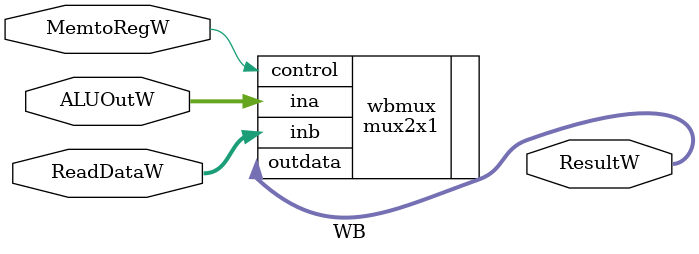
<source format=sv>
module WB
    (input logic MemtoRegW,
    input logic [31:0] ReadDataW, ALUOutW,
    output logic [31:0] ResultW);

    mux2x1 #(32)    wbmux (.ina(ALUOutW), .inb(ReadDataW), .control(MemtoRegW), .outdata(ResultW));

endmodule

</source>
